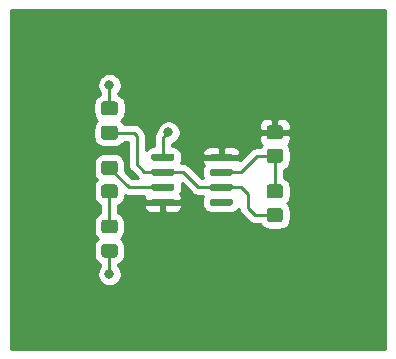
<source format=gbr>
%TF.GenerationSoftware,KiCad,Pcbnew,(5.1.10)-1*%
%TF.CreationDate,2021-10-20T01:45:52-07:00*%
%TF.ProjectId,blinky,626c696e-6b79-42e6-9b69-6361645f7063,rev?*%
%TF.SameCoordinates,Original*%
%TF.FileFunction,Copper,L1,Top*%
%TF.FilePolarity,Positive*%
%FSLAX46Y46*%
G04 Gerber Fmt 4.6, Leading zero omitted, Abs format (unit mm)*
G04 Created by KiCad (PCBNEW (5.1.10)-1) date 2021-10-20 01:45:52*
%MOMM*%
%LPD*%
G01*
G04 APERTURE LIST*
%TA.AperFunction,ViaPad*%
%ADD10C,0.800000*%
%TD*%
%TA.AperFunction,Conductor*%
%ADD11C,0.250000*%
%TD*%
%TA.AperFunction,Conductor*%
%ADD12C,0.254000*%
%TD*%
%TA.AperFunction,Conductor*%
%ADD13C,0.100000*%
%TD*%
G04 APERTURE END LIST*
%TO.P,U1,8*%
%TO.N,/VDD*%
%TA.AperFunction,SMDPad,CuDef*%
G36*
G01*
X143500000Y-102245000D02*
X143500000Y-101945000D01*
G75*
G02*
X143650000Y-101795000I150000J0D01*
G01*
X145300000Y-101795000D01*
G75*
G02*
X145450000Y-101945000I0J-150000D01*
G01*
X145450000Y-102245000D01*
G75*
G02*
X145300000Y-102395000I-150000J0D01*
G01*
X143650000Y-102395000D01*
G75*
G02*
X143500000Y-102245000I0J150000D01*
G01*
G37*
%TD.AperFunction*%
%TO.P,U1,7*%
%TO.N,/DIS*%
%TA.AperFunction,SMDPad,CuDef*%
G36*
G01*
X143500000Y-103515000D02*
X143500000Y-103215000D01*
G75*
G02*
X143650000Y-103065000I150000J0D01*
G01*
X145300000Y-103065000D01*
G75*
G02*
X145450000Y-103215000I0J-150000D01*
G01*
X145450000Y-103515000D01*
G75*
G02*
X145300000Y-103665000I-150000J0D01*
G01*
X143650000Y-103665000D01*
G75*
G02*
X143500000Y-103515000I0J150000D01*
G01*
G37*
%TD.AperFunction*%
%TO.P,U1,6*%
%TO.N,/THR*%
%TA.AperFunction,SMDPad,CuDef*%
G36*
G01*
X143500000Y-104785000D02*
X143500000Y-104485000D01*
G75*
G02*
X143650000Y-104335000I150000J0D01*
G01*
X145300000Y-104335000D01*
G75*
G02*
X145450000Y-104485000I0J-150000D01*
G01*
X145450000Y-104785000D01*
G75*
G02*
X145300000Y-104935000I-150000J0D01*
G01*
X143650000Y-104935000D01*
G75*
G02*
X143500000Y-104785000I0J150000D01*
G01*
G37*
%TD.AperFunction*%
%TO.P,U1,5*%
%TO.N,Net-(U1-Pad5)*%
%TA.AperFunction,SMDPad,CuDef*%
G36*
G01*
X143500000Y-106055000D02*
X143500000Y-105755000D01*
G75*
G02*
X143650000Y-105605000I150000J0D01*
G01*
X145300000Y-105605000D01*
G75*
G02*
X145450000Y-105755000I0J-150000D01*
G01*
X145450000Y-106055000D01*
G75*
G02*
X145300000Y-106205000I-150000J0D01*
G01*
X143650000Y-106205000D01*
G75*
G02*
X143500000Y-106055000I0J150000D01*
G01*
G37*
%TD.AperFunction*%
%TO.P,U1,4*%
%TO.N,/VDD*%
%TA.AperFunction,SMDPad,CuDef*%
G36*
G01*
X138550000Y-106055000D02*
X138550000Y-105755000D01*
G75*
G02*
X138700000Y-105605000I150000J0D01*
G01*
X140350000Y-105605000D01*
G75*
G02*
X140500000Y-105755000I0J-150000D01*
G01*
X140500000Y-106055000D01*
G75*
G02*
X140350000Y-106205000I-150000J0D01*
G01*
X138700000Y-106205000D01*
G75*
G02*
X138550000Y-106055000I0J150000D01*
G01*
G37*
%TD.AperFunction*%
%TO.P,U1,3*%
%TO.N,Net-(R3-Pad1)*%
%TA.AperFunction,SMDPad,CuDef*%
G36*
G01*
X138550000Y-104785000D02*
X138550000Y-104485000D01*
G75*
G02*
X138700000Y-104335000I150000J0D01*
G01*
X140350000Y-104335000D01*
G75*
G02*
X140500000Y-104485000I0J-150000D01*
G01*
X140500000Y-104785000D01*
G75*
G02*
X140350000Y-104935000I-150000J0D01*
G01*
X138700000Y-104935000D01*
G75*
G02*
X138550000Y-104785000I0J150000D01*
G01*
G37*
%TD.AperFunction*%
%TO.P,U1,2*%
%TO.N,/THR*%
%TA.AperFunction,SMDPad,CuDef*%
G36*
G01*
X138550000Y-103515000D02*
X138550000Y-103215000D01*
G75*
G02*
X138700000Y-103065000I150000J0D01*
G01*
X140350000Y-103065000D01*
G75*
G02*
X140500000Y-103215000I0J-150000D01*
G01*
X140500000Y-103515000D01*
G75*
G02*
X140350000Y-103665000I-150000J0D01*
G01*
X138700000Y-103665000D01*
G75*
G02*
X138550000Y-103515000I0J150000D01*
G01*
G37*
%TD.AperFunction*%
%TO.P,U1,1*%
%TO.N,GND*%
%TA.AperFunction,SMDPad,CuDef*%
G36*
G01*
X138550000Y-102245000D02*
X138550000Y-101945000D01*
G75*
G02*
X138700000Y-101795000I150000J0D01*
G01*
X140350000Y-101795000D01*
G75*
G02*
X140500000Y-101945000I0J-150000D01*
G01*
X140500000Y-102245000D01*
G75*
G02*
X140350000Y-102395000I-150000J0D01*
G01*
X138700000Y-102395000D01*
G75*
G02*
X138550000Y-102245000I0J150000D01*
G01*
G37*
%TD.AperFunction*%
%TD*%
%TO.P,R3,2*%
%TO.N,Net-(D1-Pad2)*%
%TA.AperFunction,SMDPad,CuDef*%
G36*
G01*
X134549999Y-104400000D02*
X135450001Y-104400000D01*
G75*
G02*
X135700000Y-104649999I0J-249999D01*
G01*
X135700000Y-105350001D01*
G75*
G02*
X135450001Y-105600000I-249999J0D01*
G01*
X134549999Y-105600000D01*
G75*
G02*
X134300000Y-105350001I0J249999D01*
G01*
X134300000Y-104649999D01*
G75*
G02*
X134549999Y-104400000I249999J0D01*
G01*
G37*
%TD.AperFunction*%
%TO.P,R3,1*%
%TO.N,Net-(R3-Pad1)*%
%TA.AperFunction,SMDPad,CuDef*%
G36*
G01*
X134549999Y-102400000D02*
X135450001Y-102400000D01*
G75*
G02*
X135700000Y-102649999I0J-249999D01*
G01*
X135700000Y-103350001D01*
G75*
G02*
X135450001Y-103600000I-249999J0D01*
G01*
X134549999Y-103600000D01*
G75*
G02*
X134300000Y-103350001I0J249999D01*
G01*
X134300000Y-102649999D01*
G75*
G02*
X134549999Y-102400000I249999J0D01*
G01*
G37*
%TD.AperFunction*%
%TD*%
%TO.P,R2,2*%
%TO.N,/THR*%
%TA.AperFunction,SMDPad,CuDef*%
G36*
G01*
X148549999Y-106400000D02*
X149450001Y-106400000D01*
G75*
G02*
X149700000Y-106649999I0J-249999D01*
G01*
X149700000Y-107350001D01*
G75*
G02*
X149450001Y-107600000I-249999J0D01*
G01*
X148549999Y-107600000D01*
G75*
G02*
X148300000Y-107350001I0J249999D01*
G01*
X148300000Y-106649999D01*
G75*
G02*
X148549999Y-106400000I249999J0D01*
G01*
G37*
%TD.AperFunction*%
%TO.P,R2,1*%
%TO.N,/DIS*%
%TA.AperFunction,SMDPad,CuDef*%
G36*
G01*
X148549999Y-104400000D02*
X149450001Y-104400000D01*
G75*
G02*
X149700000Y-104649999I0J-249999D01*
G01*
X149700000Y-105350001D01*
G75*
G02*
X149450001Y-105600000I-249999J0D01*
G01*
X148549999Y-105600000D01*
G75*
G02*
X148300000Y-105350001I0J249999D01*
G01*
X148300000Y-104649999D01*
G75*
G02*
X148549999Y-104400000I249999J0D01*
G01*
G37*
%TD.AperFunction*%
%TD*%
%TO.P,R1,2*%
%TO.N,/DIS*%
%TA.AperFunction,SMDPad,CuDef*%
G36*
G01*
X148549999Y-101400000D02*
X149450001Y-101400000D01*
G75*
G02*
X149700000Y-101649999I0J-249999D01*
G01*
X149700000Y-102350001D01*
G75*
G02*
X149450001Y-102600000I-249999J0D01*
G01*
X148549999Y-102600000D01*
G75*
G02*
X148300000Y-102350001I0J249999D01*
G01*
X148300000Y-101649999D01*
G75*
G02*
X148549999Y-101400000I249999J0D01*
G01*
G37*
%TD.AperFunction*%
%TO.P,R1,1*%
%TO.N,/VDD*%
%TA.AperFunction,SMDPad,CuDef*%
G36*
G01*
X148549999Y-99400000D02*
X149450001Y-99400000D01*
G75*
G02*
X149700000Y-99649999I0J-249999D01*
G01*
X149700000Y-100350001D01*
G75*
G02*
X149450001Y-100600000I-249999J0D01*
G01*
X148549999Y-100600000D01*
G75*
G02*
X148300000Y-100350001I0J249999D01*
G01*
X148300000Y-99649999D01*
G75*
G02*
X148549999Y-99400000I249999J0D01*
G01*
G37*
%TD.AperFunction*%
%TD*%
%TO.P,D1,2*%
%TO.N,Net-(D1-Pad2)*%
%TA.AperFunction,SMDPad,CuDef*%
G36*
G01*
X135450001Y-108550000D02*
X134549999Y-108550000D01*
G75*
G02*
X134300000Y-108300001I0J249999D01*
G01*
X134300000Y-107649999D01*
G75*
G02*
X134549999Y-107400000I249999J0D01*
G01*
X135450001Y-107400000D01*
G75*
G02*
X135700000Y-107649999I0J-249999D01*
G01*
X135700000Y-108300001D01*
G75*
G02*
X135450001Y-108550000I-249999J0D01*
G01*
G37*
%TD.AperFunction*%
%TO.P,D1,1*%
%TO.N,GND*%
%TA.AperFunction,SMDPad,CuDef*%
G36*
G01*
X135450001Y-110600000D02*
X134549999Y-110600000D01*
G75*
G02*
X134300000Y-110350001I0J249999D01*
G01*
X134300000Y-109699999D01*
G75*
G02*
X134549999Y-109450000I249999J0D01*
G01*
X135450001Y-109450000D01*
G75*
G02*
X135700000Y-109699999I0J-249999D01*
G01*
X135700000Y-110350001D01*
G75*
G02*
X135450001Y-110600000I-249999J0D01*
G01*
G37*
%TD.AperFunction*%
%TD*%
%TO.P,C1,2*%
%TO.N,GND*%
%TA.AperFunction,SMDPad,CuDef*%
G36*
G01*
X135475000Y-98550000D02*
X134525000Y-98550000D01*
G75*
G02*
X134275000Y-98300000I0J250000D01*
G01*
X134275000Y-97625000D01*
G75*
G02*
X134525000Y-97375000I250000J0D01*
G01*
X135475000Y-97375000D01*
G75*
G02*
X135725000Y-97625000I0J-250000D01*
G01*
X135725000Y-98300000D01*
G75*
G02*
X135475000Y-98550000I-250000J0D01*
G01*
G37*
%TD.AperFunction*%
%TO.P,C1,1*%
%TO.N,/THR*%
%TA.AperFunction,SMDPad,CuDef*%
G36*
G01*
X135475000Y-100625000D02*
X134525000Y-100625000D01*
G75*
G02*
X134275000Y-100375000I0J250000D01*
G01*
X134275000Y-99700000D01*
G75*
G02*
X134525000Y-99450000I250000J0D01*
G01*
X135475000Y-99450000D01*
G75*
G02*
X135725000Y-99700000I0J-250000D01*
G01*
X135725000Y-100375000D01*
G75*
G02*
X135475000Y-100625000I-250000J0D01*
G01*
G37*
%TD.AperFunction*%
%TD*%
D10*
%TO.N,GND*%
X135000000Y-112000000D03*
X135000000Y-96000000D03*
X140000000Y-100000000D03*
%TO.N,/VDD*%
X129400000Y-99100000D03*
X155000000Y-99000000D03*
%TD*%
D11*
%TO.N,GND*%
X135000000Y-110025000D02*
X135000000Y-112000000D01*
X135000000Y-97962500D02*
X135000000Y-96000000D01*
X139525000Y-100475000D02*
X140000000Y-100000000D01*
X139525000Y-102095000D02*
X139525000Y-100475000D01*
%TO.N,Net-(D1-Pad2)*%
X135000000Y-105000000D02*
X135000000Y-107975000D01*
%TO.N,Net-(R3-Pad1)*%
X136635000Y-104635000D02*
X139525000Y-104635000D01*
X135000000Y-103000000D02*
X136635000Y-104635000D01*
%TO.N,/THR*%
X147300000Y-107000000D02*
X149000000Y-107000000D01*
X146700000Y-106400000D02*
X147300000Y-107000000D01*
X146700000Y-105200000D02*
X146700000Y-106400000D01*
X146135000Y-104635000D02*
X146700000Y-105200000D01*
X144475000Y-104635000D02*
X146135000Y-104635000D01*
X137965000Y-103365000D02*
X139525000Y-103365000D01*
X137300000Y-100300000D02*
X137300000Y-102700000D01*
X137037500Y-100037500D02*
X137300000Y-100300000D01*
X135000000Y-100037500D02*
X137037500Y-100037500D01*
X137300000Y-102700000D02*
X137965000Y-103365000D01*
X137062500Y-100037500D02*
X135000000Y-100037500D01*
X142535000Y-104635000D02*
X141265000Y-103365000D01*
X141265000Y-103365000D02*
X139525000Y-103365000D01*
X144475000Y-104635000D02*
X142535000Y-104635000D01*
%TO.N,/DIS*%
X149000000Y-105000000D02*
X149000000Y-102000000D01*
X147500000Y-102000000D02*
X149000000Y-102000000D01*
X146135000Y-103365000D02*
X147500000Y-102000000D01*
X144475000Y-103365000D02*
X146135000Y-103365000D01*
%TD*%
D12*
%TO.N,/VDD*%
X158340000Y-118340000D02*
X126660000Y-118340000D01*
X126660000Y-97625000D01*
X133636928Y-97625000D01*
X133636928Y-98300000D01*
X133653992Y-98473254D01*
X133704528Y-98639850D01*
X133786595Y-98793386D01*
X133897038Y-98927962D01*
X133984817Y-99000000D01*
X133897038Y-99072038D01*
X133786595Y-99206614D01*
X133704528Y-99360150D01*
X133653992Y-99526746D01*
X133636928Y-99700000D01*
X133636928Y-100375000D01*
X133653992Y-100548254D01*
X133704528Y-100714850D01*
X133786595Y-100868386D01*
X133897038Y-101002962D01*
X134031614Y-101113405D01*
X134185150Y-101195472D01*
X134351746Y-101246008D01*
X134525000Y-101263072D01*
X135475000Y-101263072D01*
X135648254Y-101246008D01*
X135814850Y-101195472D01*
X135968386Y-101113405D01*
X136102962Y-101002962D01*
X136213405Y-100868386D01*
X136251294Y-100797500D01*
X136540000Y-100797500D01*
X136540001Y-102662668D01*
X136536324Y-102700000D01*
X136540001Y-102737333D01*
X136550998Y-102848986D01*
X136553938Y-102858677D01*
X136594454Y-102992246D01*
X136665026Y-103124276D01*
X136702939Y-103170472D01*
X136760000Y-103240001D01*
X136788998Y-103263799D01*
X137400198Y-103875000D01*
X136949802Y-103875000D01*
X136338072Y-103263271D01*
X136338072Y-102649999D01*
X136321008Y-102476745D01*
X136270472Y-102310149D01*
X136188405Y-102156613D01*
X136077962Y-102022038D01*
X135943387Y-101911595D01*
X135789851Y-101829528D01*
X135623255Y-101778992D01*
X135450001Y-101761928D01*
X134549999Y-101761928D01*
X134376745Y-101778992D01*
X134210149Y-101829528D01*
X134056613Y-101911595D01*
X133922038Y-102022038D01*
X133811595Y-102156613D01*
X133729528Y-102310149D01*
X133678992Y-102476745D01*
X133661928Y-102649999D01*
X133661928Y-103350001D01*
X133678992Y-103523255D01*
X133729528Y-103689851D01*
X133811595Y-103843387D01*
X133922038Y-103977962D01*
X133948891Y-104000000D01*
X133922038Y-104022038D01*
X133811595Y-104156613D01*
X133729528Y-104310149D01*
X133678992Y-104476745D01*
X133661928Y-104649999D01*
X133661928Y-105350001D01*
X133678992Y-105523255D01*
X133729528Y-105689851D01*
X133811595Y-105843387D01*
X133922038Y-105977962D01*
X134056613Y-106088405D01*
X134210149Y-106170472D01*
X134240000Y-106179527D01*
X134240001Y-106820473D01*
X134210149Y-106829528D01*
X134056613Y-106911595D01*
X133922038Y-107022038D01*
X133811595Y-107156613D01*
X133729528Y-107310149D01*
X133678992Y-107476745D01*
X133661928Y-107649999D01*
X133661928Y-108300001D01*
X133678992Y-108473255D01*
X133729528Y-108639851D01*
X133811595Y-108793387D01*
X133922038Y-108927962D01*
X134009816Y-109000000D01*
X133922038Y-109072038D01*
X133811595Y-109206613D01*
X133729528Y-109360149D01*
X133678992Y-109526745D01*
X133661928Y-109699999D01*
X133661928Y-110350001D01*
X133678992Y-110523255D01*
X133729528Y-110689851D01*
X133811595Y-110843387D01*
X133922038Y-110977962D01*
X134056613Y-111088405D01*
X134210149Y-111170472D01*
X134240001Y-111179527D01*
X134240001Y-111296288D01*
X134196063Y-111340226D01*
X134082795Y-111509744D01*
X134004774Y-111698102D01*
X133965000Y-111898061D01*
X133965000Y-112101939D01*
X134004774Y-112301898D01*
X134082795Y-112490256D01*
X134196063Y-112659774D01*
X134340226Y-112803937D01*
X134509744Y-112917205D01*
X134698102Y-112995226D01*
X134898061Y-113035000D01*
X135101939Y-113035000D01*
X135301898Y-112995226D01*
X135490256Y-112917205D01*
X135659774Y-112803937D01*
X135803937Y-112659774D01*
X135917205Y-112490256D01*
X135995226Y-112301898D01*
X136035000Y-112101939D01*
X136035000Y-111898061D01*
X135995226Y-111698102D01*
X135917205Y-111509744D01*
X135803937Y-111340226D01*
X135760000Y-111296289D01*
X135760000Y-111179527D01*
X135789851Y-111170472D01*
X135943387Y-111088405D01*
X136077962Y-110977962D01*
X136188405Y-110843387D01*
X136270472Y-110689851D01*
X136321008Y-110523255D01*
X136338072Y-110350001D01*
X136338072Y-109699999D01*
X136321008Y-109526745D01*
X136270472Y-109360149D01*
X136188405Y-109206613D01*
X136077962Y-109072038D01*
X135990184Y-109000000D01*
X136077962Y-108927962D01*
X136188405Y-108793387D01*
X136270472Y-108639851D01*
X136321008Y-108473255D01*
X136338072Y-108300001D01*
X136338072Y-107649999D01*
X136321008Y-107476745D01*
X136270472Y-107310149D01*
X136188405Y-107156613D01*
X136077962Y-107022038D01*
X135943387Y-106911595D01*
X135789851Y-106829528D01*
X135760000Y-106820473D01*
X135760000Y-106205000D01*
X137911928Y-106205000D01*
X137924188Y-106329482D01*
X137960498Y-106449180D01*
X138019463Y-106559494D01*
X138098815Y-106656185D01*
X138195506Y-106735537D01*
X138305820Y-106794502D01*
X138425518Y-106830812D01*
X138550000Y-106843072D01*
X139239250Y-106840000D01*
X139398000Y-106681250D01*
X139398000Y-106032000D01*
X139652000Y-106032000D01*
X139652000Y-106681250D01*
X139810750Y-106840000D01*
X140500000Y-106843072D01*
X140624482Y-106830812D01*
X140744180Y-106794502D01*
X140854494Y-106735537D01*
X140951185Y-106656185D01*
X141030537Y-106559494D01*
X141089502Y-106449180D01*
X141125812Y-106329482D01*
X141138072Y-106205000D01*
X141135000Y-106190750D01*
X140976250Y-106032000D01*
X139652000Y-106032000D01*
X139398000Y-106032000D01*
X138073750Y-106032000D01*
X137915000Y-106190750D01*
X137911928Y-106205000D01*
X135760000Y-106205000D01*
X135760000Y-106179527D01*
X135789851Y-106170472D01*
X135943387Y-106088405D01*
X136077962Y-105977962D01*
X136188405Y-105843387D01*
X136270472Y-105689851D01*
X136321008Y-105523255D01*
X136338072Y-105350001D01*
X136338072Y-105338044D01*
X136342753Y-105340546D01*
X136486014Y-105384003D01*
X136597667Y-105395000D01*
X136597676Y-105395000D01*
X136634999Y-105398676D01*
X136672322Y-105395000D01*
X137950130Y-105395000D01*
X137924188Y-105480518D01*
X137911928Y-105605000D01*
X137915000Y-105619250D01*
X138073750Y-105778000D01*
X139398000Y-105778000D01*
X139398000Y-105758000D01*
X139652000Y-105758000D01*
X139652000Y-105778000D01*
X140976250Y-105778000D01*
X141135000Y-105619250D01*
X141138072Y-105605000D01*
X141125812Y-105480518D01*
X141089502Y-105360820D01*
X141030537Y-105250506D01*
X141006270Y-105220936D01*
X141078084Y-105086582D01*
X141122929Y-104938745D01*
X141138072Y-104785000D01*
X141138072Y-104485000D01*
X141122929Y-104331255D01*
X141108332Y-104283133D01*
X141971200Y-105146002D01*
X141994999Y-105175001D01*
X142110724Y-105269974D01*
X142242753Y-105340546D01*
X142386014Y-105384003D01*
X142497667Y-105395000D01*
X142497676Y-105395000D01*
X142534999Y-105398676D01*
X142572322Y-105395000D01*
X142953141Y-105395000D01*
X142921916Y-105453418D01*
X142877071Y-105601255D01*
X142861928Y-105755000D01*
X142861928Y-106055000D01*
X142877071Y-106208745D01*
X142921916Y-106356582D01*
X142994742Y-106492829D01*
X143092749Y-106612251D01*
X143212171Y-106710258D01*
X143348418Y-106783084D01*
X143496255Y-106827929D01*
X143650000Y-106843072D01*
X145300000Y-106843072D01*
X145453745Y-106827929D01*
X145601582Y-106783084D01*
X145737829Y-106710258D01*
X145857251Y-106612251D01*
X145946516Y-106503481D01*
X145950998Y-106548986D01*
X145959109Y-106575724D01*
X145994454Y-106692246D01*
X146065026Y-106824276D01*
X146077931Y-106840000D01*
X146160000Y-106940001D01*
X146188998Y-106963799D01*
X146736200Y-107511002D01*
X146759999Y-107540001D01*
X146788997Y-107563799D01*
X146875723Y-107634974D01*
X146903833Y-107649999D01*
X147007753Y-107705546D01*
X147151014Y-107749003D01*
X147262667Y-107760000D01*
X147262676Y-107760000D01*
X147299999Y-107763676D01*
X147337322Y-107760000D01*
X147767024Y-107760000D01*
X147811595Y-107843387D01*
X147922038Y-107977962D01*
X148056613Y-108088405D01*
X148210149Y-108170472D01*
X148376745Y-108221008D01*
X148549999Y-108238072D01*
X149450001Y-108238072D01*
X149623255Y-108221008D01*
X149789851Y-108170472D01*
X149943387Y-108088405D01*
X150077962Y-107977962D01*
X150188405Y-107843387D01*
X150270472Y-107689851D01*
X150321008Y-107523255D01*
X150338072Y-107350001D01*
X150338072Y-106649999D01*
X150321008Y-106476745D01*
X150270472Y-106310149D01*
X150188405Y-106156613D01*
X150077962Y-106022038D01*
X150051109Y-106000000D01*
X150077962Y-105977962D01*
X150188405Y-105843387D01*
X150270472Y-105689851D01*
X150321008Y-105523255D01*
X150338072Y-105350001D01*
X150338072Y-104649999D01*
X150321008Y-104476745D01*
X150270472Y-104310149D01*
X150188405Y-104156613D01*
X150077962Y-104022038D01*
X149943387Y-103911595D01*
X149789851Y-103829528D01*
X149760000Y-103820473D01*
X149760000Y-103179527D01*
X149789851Y-103170472D01*
X149943387Y-103088405D01*
X150077962Y-102977962D01*
X150188405Y-102843387D01*
X150270472Y-102689851D01*
X150321008Y-102523255D01*
X150338072Y-102350001D01*
X150338072Y-101649999D01*
X150321008Y-101476745D01*
X150270472Y-101310149D01*
X150188405Y-101156613D01*
X150121724Y-101075363D01*
X150151185Y-101051185D01*
X150230537Y-100954494D01*
X150289502Y-100844180D01*
X150325812Y-100724482D01*
X150338072Y-100600000D01*
X150335000Y-100285750D01*
X150176250Y-100127000D01*
X149127000Y-100127000D01*
X149127000Y-100147000D01*
X148873000Y-100147000D01*
X148873000Y-100127000D01*
X147823750Y-100127000D01*
X147665000Y-100285750D01*
X147661928Y-100600000D01*
X147674188Y-100724482D01*
X147710498Y-100844180D01*
X147769463Y-100954494D01*
X147848815Y-101051185D01*
X147878276Y-101075363D01*
X147811595Y-101156613D01*
X147767024Y-101240000D01*
X147537333Y-101240000D01*
X147500000Y-101236323D01*
X147462667Y-101240000D01*
X147351014Y-101250997D01*
X147207753Y-101294454D01*
X147075724Y-101365026D01*
X146959999Y-101459999D01*
X146936201Y-101488997D01*
X146064724Y-102360474D01*
X145926250Y-102222000D01*
X144602000Y-102222000D01*
X144602000Y-102242000D01*
X144348000Y-102242000D01*
X144348000Y-102222000D01*
X143023750Y-102222000D01*
X142865000Y-102380750D01*
X142861928Y-102395000D01*
X142874188Y-102519482D01*
X142910498Y-102639180D01*
X142969463Y-102749494D01*
X142993730Y-102779064D01*
X142921916Y-102913418D01*
X142877071Y-103061255D01*
X142861928Y-103215000D01*
X142861928Y-103515000D01*
X142877071Y-103668745D01*
X142921916Y-103816582D01*
X142953141Y-103875000D01*
X142849802Y-103875000D01*
X141828804Y-102854003D01*
X141805001Y-102824999D01*
X141689276Y-102730026D01*
X141557247Y-102659454D01*
X141413986Y-102615997D01*
X141302333Y-102605000D01*
X141302322Y-102605000D01*
X141265000Y-102601324D01*
X141227678Y-102605000D01*
X141046859Y-102605000D01*
X141078084Y-102546582D01*
X141122929Y-102398745D01*
X141138072Y-102245000D01*
X141138072Y-101945000D01*
X141123298Y-101795000D01*
X142861928Y-101795000D01*
X142865000Y-101809250D01*
X143023750Y-101968000D01*
X144348000Y-101968000D01*
X144348000Y-101318750D01*
X144602000Y-101318750D01*
X144602000Y-101968000D01*
X145926250Y-101968000D01*
X146085000Y-101809250D01*
X146088072Y-101795000D01*
X146075812Y-101670518D01*
X146039502Y-101550820D01*
X145980537Y-101440506D01*
X145901185Y-101343815D01*
X145804494Y-101264463D01*
X145694180Y-101205498D01*
X145574482Y-101169188D01*
X145450000Y-101156928D01*
X144760750Y-101160000D01*
X144602000Y-101318750D01*
X144348000Y-101318750D01*
X144189250Y-101160000D01*
X143500000Y-101156928D01*
X143375518Y-101169188D01*
X143255820Y-101205498D01*
X143145506Y-101264463D01*
X143048815Y-101343815D01*
X142969463Y-101440506D01*
X142910498Y-101550820D01*
X142874188Y-101670518D01*
X142861928Y-101795000D01*
X141123298Y-101795000D01*
X141122929Y-101791255D01*
X141078084Y-101643418D01*
X141005258Y-101507171D01*
X140907251Y-101387749D01*
X140787829Y-101289742D01*
X140651582Y-101216916D01*
X140503745Y-101172071D01*
X140350000Y-101156928D01*
X140285000Y-101156928D01*
X140285000Y-100998587D01*
X140301898Y-100995226D01*
X140490256Y-100917205D01*
X140659774Y-100803937D01*
X140803937Y-100659774D01*
X140917205Y-100490256D01*
X140995226Y-100301898D01*
X141035000Y-100101939D01*
X141035000Y-99898061D01*
X140995226Y-99698102D01*
X140917205Y-99509744D01*
X140843877Y-99400000D01*
X147661928Y-99400000D01*
X147665000Y-99714250D01*
X147823750Y-99873000D01*
X148873000Y-99873000D01*
X148873000Y-98923750D01*
X149127000Y-98923750D01*
X149127000Y-99873000D01*
X150176250Y-99873000D01*
X150335000Y-99714250D01*
X150338072Y-99400000D01*
X150325812Y-99275518D01*
X150289502Y-99155820D01*
X150230537Y-99045506D01*
X150151185Y-98948815D01*
X150054494Y-98869463D01*
X149944180Y-98810498D01*
X149824482Y-98774188D01*
X149700000Y-98761928D01*
X149285750Y-98765000D01*
X149127000Y-98923750D01*
X148873000Y-98923750D01*
X148714250Y-98765000D01*
X148300000Y-98761928D01*
X148175518Y-98774188D01*
X148055820Y-98810498D01*
X147945506Y-98869463D01*
X147848815Y-98948815D01*
X147769463Y-99045506D01*
X147710498Y-99155820D01*
X147674188Y-99275518D01*
X147661928Y-99400000D01*
X140843877Y-99400000D01*
X140803937Y-99340226D01*
X140659774Y-99196063D01*
X140490256Y-99082795D01*
X140301898Y-99004774D01*
X140101939Y-98965000D01*
X139898061Y-98965000D01*
X139698102Y-99004774D01*
X139509744Y-99082795D01*
X139340226Y-99196063D01*
X139196063Y-99340226D01*
X139082795Y-99509744D01*
X139004774Y-99698102D01*
X138965000Y-99898061D01*
X138965000Y-99959369D01*
X138961202Y-99963997D01*
X138961201Y-99963998D01*
X138890026Y-100050724D01*
X138819454Y-100182754D01*
X138795214Y-100262667D01*
X138775998Y-100326014D01*
X138775630Y-100329747D01*
X138761324Y-100475000D01*
X138765001Y-100512332D01*
X138765001Y-101156928D01*
X138700000Y-101156928D01*
X138546255Y-101172071D01*
X138398418Y-101216916D01*
X138262171Y-101289742D01*
X138142749Y-101387749D01*
X138060000Y-101488579D01*
X138060000Y-100337322D01*
X138063676Y-100299999D01*
X138060000Y-100262676D01*
X138060000Y-100262667D01*
X138049003Y-100151014D01*
X138005546Y-100007753D01*
X137934974Y-99875724D01*
X137840001Y-99759999D01*
X137810998Y-99736197D01*
X137708324Y-99633523D01*
X137697474Y-99613224D01*
X137602501Y-99497499D01*
X137486776Y-99402526D01*
X137354747Y-99331954D01*
X137211486Y-99288497D01*
X137099833Y-99277500D01*
X137074822Y-99277500D01*
X137037500Y-99273824D01*
X137000178Y-99277500D01*
X136251294Y-99277500D01*
X136213405Y-99206614D01*
X136102962Y-99072038D01*
X136015183Y-99000000D01*
X136102962Y-98927962D01*
X136213405Y-98793386D01*
X136295472Y-98639850D01*
X136346008Y-98473254D01*
X136363072Y-98300000D01*
X136363072Y-97625000D01*
X136346008Y-97451746D01*
X136295472Y-97285150D01*
X136213405Y-97131614D01*
X136102962Y-96997038D01*
X135968386Y-96886595D01*
X135814850Y-96804528D01*
X135760000Y-96787890D01*
X135760000Y-96703711D01*
X135803937Y-96659774D01*
X135917205Y-96490256D01*
X135995226Y-96301898D01*
X136035000Y-96101939D01*
X136035000Y-95898061D01*
X135995226Y-95698102D01*
X135917205Y-95509744D01*
X135803937Y-95340226D01*
X135659774Y-95196063D01*
X135490256Y-95082795D01*
X135301898Y-95004774D01*
X135101939Y-94965000D01*
X134898061Y-94965000D01*
X134698102Y-95004774D01*
X134509744Y-95082795D01*
X134340226Y-95196063D01*
X134196063Y-95340226D01*
X134082795Y-95509744D01*
X134004774Y-95698102D01*
X133965000Y-95898061D01*
X133965000Y-96101939D01*
X134004774Y-96301898D01*
X134082795Y-96490256D01*
X134196063Y-96659774D01*
X134240001Y-96703712D01*
X134240001Y-96787889D01*
X134185150Y-96804528D01*
X134031614Y-96886595D01*
X133897038Y-96997038D01*
X133786595Y-97131614D01*
X133704528Y-97285150D01*
X133653992Y-97451746D01*
X133636928Y-97625000D01*
X126660000Y-97625000D01*
X126660000Y-89660000D01*
X158340001Y-89660000D01*
X158340000Y-118340000D01*
%TA.AperFunction,Conductor*%
D13*
G36*
X158340000Y-118340000D02*
G01*
X126660000Y-118340000D01*
X126660000Y-97625000D01*
X133636928Y-97625000D01*
X133636928Y-98300000D01*
X133653992Y-98473254D01*
X133704528Y-98639850D01*
X133786595Y-98793386D01*
X133897038Y-98927962D01*
X133984817Y-99000000D01*
X133897038Y-99072038D01*
X133786595Y-99206614D01*
X133704528Y-99360150D01*
X133653992Y-99526746D01*
X133636928Y-99700000D01*
X133636928Y-100375000D01*
X133653992Y-100548254D01*
X133704528Y-100714850D01*
X133786595Y-100868386D01*
X133897038Y-101002962D01*
X134031614Y-101113405D01*
X134185150Y-101195472D01*
X134351746Y-101246008D01*
X134525000Y-101263072D01*
X135475000Y-101263072D01*
X135648254Y-101246008D01*
X135814850Y-101195472D01*
X135968386Y-101113405D01*
X136102962Y-101002962D01*
X136213405Y-100868386D01*
X136251294Y-100797500D01*
X136540000Y-100797500D01*
X136540001Y-102662668D01*
X136536324Y-102700000D01*
X136540001Y-102737333D01*
X136550998Y-102848986D01*
X136553938Y-102858677D01*
X136594454Y-102992246D01*
X136665026Y-103124276D01*
X136702939Y-103170472D01*
X136760000Y-103240001D01*
X136788998Y-103263799D01*
X137400198Y-103875000D01*
X136949802Y-103875000D01*
X136338072Y-103263271D01*
X136338072Y-102649999D01*
X136321008Y-102476745D01*
X136270472Y-102310149D01*
X136188405Y-102156613D01*
X136077962Y-102022038D01*
X135943387Y-101911595D01*
X135789851Y-101829528D01*
X135623255Y-101778992D01*
X135450001Y-101761928D01*
X134549999Y-101761928D01*
X134376745Y-101778992D01*
X134210149Y-101829528D01*
X134056613Y-101911595D01*
X133922038Y-102022038D01*
X133811595Y-102156613D01*
X133729528Y-102310149D01*
X133678992Y-102476745D01*
X133661928Y-102649999D01*
X133661928Y-103350001D01*
X133678992Y-103523255D01*
X133729528Y-103689851D01*
X133811595Y-103843387D01*
X133922038Y-103977962D01*
X133948891Y-104000000D01*
X133922038Y-104022038D01*
X133811595Y-104156613D01*
X133729528Y-104310149D01*
X133678992Y-104476745D01*
X133661928Y-104649999D01*
X133661928Y-105350001D01*
X133678992Y-105523255D01*
X133729528Y-105689851D01*
X133811595Y-105843387D01*
X133922038Y-105977962D01*
X134056613Y-106088405D01*
X134210149Y-106170472D01*
X134240000Y-106179527D01*
X134240001Y-106820473D01*
X134210149Y-106829528D01*
X134056613Y-106911595D01*
X133922038Y-107022038D01*
X133811595Y-107156613D01*
X133729528Y-107310149D01*
X133678992Y-107476745D01*
X133661928Y-107649999D01*
X133661928Y-108300001D01*
X133678992Y-108473255D01*
X133729528Y-108639851D01*
X133811595Y-108793387D01*
X133922038Y-108927962D01*
X134009816Y-109000000D01*
X133922038Y-109072038D01*
X133811595Y-109206613D01*
X133729528Y-109360149D01*
X133678992Y-109526745D01*
X133661928Y-109699999D01*
X133661928Y-110350001D01*
X133678992Y-110523255D01*
X133729528Y-110689851D01*
X133811595Y-110843387D01*
X133922038Y-110977962D01*
X134056613Y-111088405D01*
X134210149Y-111170472D01*
X134240001Y-111179527D01*
X134240001Y-111296288D01*
X134196063Y-111340226D01*
X134082795Y-111509744D01*
X134004774Y-111698102D01*
X133965000Y-111898061D01*
X133965000Y-112101939D01*
X134004774Y-112301898D01*
X134082795Y-112490256D01*
X134196063Y-112659774D01*
X134340226Y-112803937D01*
X134509744Y-112917205D01*
X134698102Y-112995226D01*
X134898061Y-113035000D01*
X135101939Y-113035000D01*
X135301898Y-112995226D01*
X135490256Y-112917205D01*
X135659774Y-112803937D01*
X135803937Y-112659774D01*
X135917205Y-112490256D01*
X135995226Y-112301898D01*
X136035000Y-112101939D01*
X136035000Y-111898061D01*
X135995226Y-111698102D01*
X135917205Y-111509744D01*
X135803937Y-111340226D01*
X135760000Y-111296289D01*
X135760000Y-111179527D01*
X135789851Y-111170472D01*
X135943387Y-111088405D01*
X136077962Y-110977962D01*
X136188405Y-110843387D01*
X136270472Y-110689851D01*
X136321008Y-110523255D01*
X136338072Y-110350001D01*
X136338072Y-109699999D01*
X136321008Y-109526745D01*
X136270472Y-109360149D01*
X136188405Y-109206613D01*
X136077962Y-109072038D01*
X135990184Y-109000000D01*
X136077962Y-108927962D01*
X136188405Y-108793387D01*
X136270472Y-108639851D01*
X136321008Y-108473255D01*
X136338072Y-108300001D01*
X136338072Y-107649999D01*
X136321008Y-107476745D01*
X136270472Y-107310149D01*
X136188405Y-107156613D01*
X136077962Y-107022038D01*
X135943387Y-106911595D01*
X135789851Y-106829528D01*
X135760000Y-106820473D01*
X135760000Y-106205000D01*
X137911928Y-106205000D01*
X137924188Y-106329482D01*
X137960498Y-106449180D01*
X138019463Y-106559494D01*
X138098815Y-106656185D01*
X138195506Y-106735537D01*
X138305820Y-106794502D01*
X138425518Y-106830812D01*
X138550000Y-106843072D01*
X139239250Y-106840000D01*
X139398000Y-106681250D01*
X139398000Y-106032000D01*
X139652000Y-106032000D01*
X139652000Y-106681250D01*
X139810750Y-106840000D01*
X140500000Y-106843072D01*
X140624482Y-106830812D01*
X140744180Y-106794502D01*
X140854494Y-106735537D01*
X140951185Y-106656185D01*
X141030537Y-106559494D01*
X141089502Y-106449180D01*
X141125812Y-106329482D01*
X141138072Y-106205000D01*
X141135000Y-106190750D01*
X140976250Y-106032000D01*
X139652000Y-106032000D01*
X139398000Y-106032000D01*
X138073750Y-106032000D01*
X137915000Y-106190750D01*
X137911928Y-106205000D01*
X135760000Y-106205000D01*
X135760000Y-106179527D01*
X135789851Y-106170472D01*
X135943387Y-106088405D01*
X136077962Y-105977962D01*
X136188405Y-105843387D01*
X136270472Y-105689851D01*
X136321008Y-105523255D01*
X136338072Y-105350001D01*
X136338072Y-105338044D01*
X136342753Y-105340546D01*
X136486014Y-105384003D01*
X136597667Y-105395000D01*
X136597676Y-105395000D01*
X136634999Y-105398676D01*
X136672322Y-105395000D01*
X137950130Y-105395000D01*
X137924188Y-105480518D01*
X137911928Y-105605000D01*
X137915000Y-105619250D01*
X138073750Y-105778000D01*
X139398000Y-105778000D01*
X139398000Y-105758000D01*
X139652000Y-105758000D01*
X139652000Y-105778000D01*
X140976250Y-105778000D01*
X141135000Y-105619250D01*
X141138072Y-105605000D01*
X141125812Y-105480518D01*
X141089502Y-105360820D01*
X141030537Y-105250506D01*
X141006270Y-105220936D01*
X141078084Y-105086582D01*
X141122929Y-104938745D01*
X141138072Y-104785000D01*
X141138072Y-104485000D01*
X141122929Y-104331255D01*
X141108332Y-104283133D01*
X141971200Y-105146002D01*
X141994999Y-105175001D01*
X142110724Y-105269974D01*
X142242753Y-105340546D01*
X142386014Y-105384003D01*
X142497667Y-105395000D01*
X142497676Y-105395000D01*
X142534999Y-105398676D01*
X142572322Y-105395000D01*
X142953141Y-105395000D01*
X142921916Y-105453418D01*
X142877071Y-105601255D01*
X142861928Y-105755000D01*
X142861928Y-106055000D01*
X142877071Y-106208745D01*
X142921916Y-106356582D01*
X142994742Y-106492829D01*
X143092749Y-106612251D01*
X143212171Y-106710258D01*
X143348418Y-106783084D01*
X143496255Y-106827929D01*
X143650000Y-106843072D01*
X145300000Y-106843072D01*
X145453745Y-106827929D01*
X145601582Y-106783084D01*
X145737829Y-106710258D01*
X145857251Y-106612251D01*
X145946516Y-106503481D01*
X145950998Y-106548986D01*
X145959109Y-106575724D01*
X145994454Y-106692246D01*
X146065026Y-106824276D01*
X146077931Y-106840000D01*
X146160000Y-106940001D01*
X146188998Y-106963799D01*
X146736200Y-107511002D01*
X146759999Y-107540001D01*
X146788997Y-107563799D01*
X146875723Y-107634974D01*
X146903833Y-107649999D01*
X147007753Y-107705546D01*
X147151014Y-107749003D01*
X147262667Y-107760000D01*
X147262676Y-107760000D01*
X147299999Y-107763676D01*
X147337322Y-107760000D01*
X147767024Y-107760000D01*
X147811595Y-107843387D01*
X147922038Y-107977962D01*
X148056613Y-108088405D01*
X148210149Y-108170472D01*
X148376745Y-108221008D01*
X148549999Y-108238072D01*
X149450001Y-108238072D01*
X149623255Y-108221008D01*
X149789851Y-108170472D01*
X149943387Y-108088405D01*
X150077962Y-107977962D01*
X150188405Y-107843387D01*
X150270472Y-107689851D01*
X150321008Y-107523255D01*
X150338072Y-107350001D01*
X150338072Y-106649999D01*
X150321008Y-106476745D01*
X150270472Y-106310149D01*
X150188405Y-106156613D01*
X150077962Y-106022038D01*
X150051109Y-106000000D01*
X150077962Y-105977962D01*
X150188405Y-105843387D01*
X150270472Y-105689851D01*
X150321008Y-105523255D01*
X150338072Y-105350001D01*
X150338072Y-104649999D01*
X150321008Y-104476745D01*
X150270472Y-104310149D01*
X150188405Y-104156613D01*
X150077962Y-104022038D01*
X149943387Y-103911595D01*
X149789851Y-103829528D01*
X149760000Y-103820473D01*
X149760000Y-103179527D01*
X149789851Y-103170472D01*
X149943387Y-103088405D01*
X150077962Y-102977962D01*
X150188405Y-102843387D01*
X150270472Y-102689851D01*
X150321008Y-102523255D01*
X150338072Y-102350001D01*
X150338072Y-101649999D01*
X150321008Y-101476745D01*
X150270472Y-101310149D01*
X150188405Y-101156613D01*
X150121724Y-101075363D01*
X150151185Y-101051185D01*
X150230537Y-100954494D01*
X150289502Y-100844180D01*
X150325812Y-100724482D01*
X150338072Y-100600000D01*
X150335000Y-100285750D01*
X150176250Y-100127000D01*
X149127000Y-100127000D01*
X149127000Y-100147000D01*
X148873000Y-100147000D01*
X148873000Y-100127000D01*
X147823750Y-100127000D01*
X147665000Y-100285750D01*
X147661928Y-100600000D01*
X147674188Y-100724482D01*
X147710498Y-100844180D01*
X147769463Y-100954494D01*
X147848815Y-101051185D01*
X147878276Y-101075363D01*
X147811595Y-101156613D01*
X147767024Y-101240000D01*
X147537333Y-101240000D01*
X147500000Y-101236323D01*
X147462667Y-101240000D01*
X147351014Y-101250997D01*
X147207753Y-101294454D01*
X147075724Y-101365026D01*
X146959999Y-101459999D01*
X146936201Y-101488997D01*
X146064724Y-102360474D01*
X145926250Y-102222000D01*
X144602000Y-102222000D01*
X144602000Y-102242000D01*
X144348000Y-102242000D01*
X144348000Y-102222000D01*
X143023750Y-102222000D01*
X142865000Y-102380750D01*
X142861928Y-102395000D01*
X142874188Y-102519482D01*
X142910498Y-102639180D01*
X142969463Y-102749494D01*
X142993730Y-102779064D01*
X142921916Y-102913418D01*
X142877071Y-103061255D01*
X142861928Y-103215000D01*
X142861928Y-103515000D01*
X142877071Y-103668745D01*
X142921916Y-103816582D01*
X142953141Y-103875000D01*
X142849802Y-103875000D01*
X141828804Y-102854003D01*
X141805001Y-102824999D01*
X141689276Y-102730026D01*
X141557247Y-102659454D01*
X141413986Y-102615997D01*
X141302333Y-102605000D01*
X141302322Y-102605000D01*
X141265000Y-102601324D01*
X141227678Y-102605000D01*
X141046859Y-102605000D01*
X141078084Y-102546582D01*
X141122929Y-102398745D01*
X141138072Y-102245000D01*
X141138072Y-101945000D01*
X141123298Y-101795000D01*
X142861928Y-101795000D01*
X142865000Y-101809250D01*
X143023750Y-101968000D01*
X144348000Y-101968000D01*
X144348000Y-101318750D01*
X144602000Y-101318750D01*
X144602000Y-101968000D01*
X145926250Y-101968000D01*
X146085000Y-101809250D01*
X146088072Y-101795000D01*
X146075812Y-101670518D01*
X146039502Y-101550820D01*
X145980537Y-101440506D01*
X145901185Y-101343815D01*
X145804494Y-101264463D01*
X145694180Y-101205498D01*
X145574482Y-101169188D01*
X145450000Y-101156928D01*
X144760750Y-101160000D01*
X144602000Y-101318750D01*
X144348000Y-101318750D01*
X144189250Y-101160000D01*
X143500000Y-101156928D01*
X143375518Y-101169188D01*
X143255820Y-101205498D01*
X143145506Y-101264463D01*
X143048815Y-101343815D01*
X142969463Y-101440506D01*
X142910498Y-101550820D01*
X142874188Y-101670518D01*
X142861928Y-101795000D01*
X141123298Y-101795000D01*
X141122929Y-101791255D01*
X141078084Y-101643418D01*
X141005258Y-101507171D01*
X140907251Y-101387749D01*
X140787829Y-101289742D01*
X140651582Y-101216916D01*
X140503745Y-101172071D01*
X140350000Y-101156928D01*
X140285000Y-101156928D01*
X140285000Y-100998587D01*
X140301898Y-100995226D01*
X140490256Y-100917205D01*
X140659774Y-100803937D01*
X140803937Y-100659774D01*
X140917205Y-100490256D01*
X140995226Y-100301898D01*
X141035000Y-100101939D01*
X141035000Y-99898061D01*
X140995226Y-99698102D01*
X140917205Y-99509744D01*
X140843877Y-99400000D01*
X147661928Y-99400000D01*
X147665000Y-99714250D01*
X147823750Y-99873000D01*
X148873000Y-99873000D01*
X148873000Y-98923750D01*
X149127000Y-98923750D01*
X149127000Y-99873000D01*
X150176250Y-99873000D01*
X150335000Y-99714250D01*
X150338072Y-99400000D01*
X150325812Y-99275518D01*
X150289502Y-99155820D01*
X150230537Y-99045506D01*
X150151185Y-98948815D01*
X150054494Y-98869463D01*
X149944180Y-98810498D01*
X149824482Y-98774188D01*
X149700000Y-98761928D01*
X149285750Y-98765000D01*
X149127000Y-98923750D01*
X148873000Y-98923750D01*
X148714250Y-98765000D01*
X148300000Y-98761928D01*
X148175518Y-98774188D01*
X148055820Y-98810498D01*
X147945506Y-98869463D01*
X147848815Y-98948815D01*
X147769463Y-99045506D01*
X147710498Y-99155820D01*
X147674188Y-99275518D01*
X147661928Y-99400000D01*
X140843877Y-99400000D01*
X140803937Y-99340226D01*
X140659774Y-99196063D01*
X140490256Y-99082795D01*
X140301898Y-99004774D01*
X140101939Y-98965000D01*
X139898061Y-98965000D01*
X139698102Y-99004774D01*
X139509744Y-99082795D01*
X139340226Y-99196063D01*
X139196063Y-99340226D01*
X139082795Y-99509744D01*
X139004774Y-99698102D01*
X138965000Y-99898061D01*
X138965000Y-99959369D01*
X138961202Y-99963997D01*
X138961201Y-99963998D01*
X138890026Y-100050724D01*
X138819454Y-100182754D01*
X138795214Y-100262667D01*
X138775998Y-100326014D01*
X138775630Y-100329747D01*
X138761324Y-100475000D01*
X138765001Y-100512332D01*
X138765001Y-101156928D01*
X138700000Y-101156928D01*
X138546255Y-101172071D01*
X138398418Y-101216916D01*
X138262171Y-101289742D01*
X138142749Y-101387749D01*
X138060000Y-101488579D01*
X138060000Y-100337322D01*
X138063676Y-100299999D01*
X138060000Y-100262676D01*
X138060000Y-100262667D01*
X138049003Y-100151014D01*
X138005546Y-100007753D01*
X137934974Y-99875724D01*
X137840001Y-99759999D01*
X137810998Y-99736197D01*
X137708324Y-99633523D01*
X137697474Y-99613224D01*
X137602501Y-99497499D01*
X137486776Y-99402526D01*
X137354747Y-99331954D01*
X137211486Y-99288497D01*
X137099833Y-99277500D01*
X137074822Y-99277500D01*
X137037500Y-99273824D01*
X137000178Y-99277500D01*
X136251294Y-99277500D01*
X136213405Y-99206614D01*
X136102962Y-99072038D01*
X136015183Y-99000000D01*
X136102962Y-98927962D01*
X136213405Y-98793386D01*
X136295472Y-98639850D01*
X136346008Y-98473254D01*
X136363072Y-98300000D01*
X136363072Y-97625000D01*
X136346008Y-97451746D01*
X136295472Y-97285150D01*
X136213405Y-97131614D01*
X136102962Y-96997038D01*
X135968386Y-96886595D01*
X135814850Y-96804528D01*
X135760000Y-96787890D01*
X135760000Y-96703711D01*
X135803937Y-96659774D01*
X135917205Y-96490256D01*
X135995226Y-96301898D01*
X136035000Y-96101939D01*
X136035000Y-95898061D01*
X135995226Y-95698102D01*
X135917205Y-95509744D01*
X135803937Y-95340226D01*
X135659774Y-95196063D01*
X135490256Y-95082795D01*
X135301898Y-95004774D01*
X135101939Y-94965000D01*
X134898061Y-94965000D01*
X134698102Y-95004774D01*
X134509744Y-95082795D01*
X134340226Y-95196063D01*
X134196063Y-95340226D01*
X134082795Y-95509744D01*
X134004774Y-95698102D01*
X133965000Y-95898061D01*
X133965000Y-96101939D01*
X134004774Y-96301898D01*
X134082795Y-96490256D01*
X134196063Y-96659774D01*
X134240001Y-96703712D01*
X134240001Y-96787889D01*
X134185150Y-96804528D01*
X134031614Y-96886595D01*
X133897038Y-96997038D01*
X133786595Y-97131614D01*
X133704528Y-97285150D01*
X133653992Y-97451746D01*
X133636928Y-97625000D01*
X126660000Y-97625000D01*
X126660000Y-89660000D01*
X158340001Y-89660000D01*
X158340000Y-118340000D01*
G37*
%TD.AperFunction*%
%TD*%
M02*

</source>
